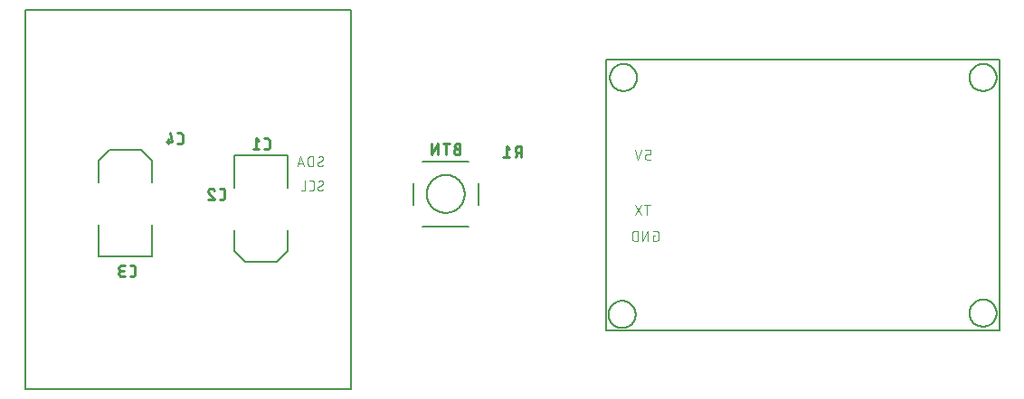
<source format=gbr>
G04 EAGLE Gerber RS-274X export*
G75*
%MOMM*%
%FSLAX34Y34*%
%LPD*%
%INSilkscreen Bottom*%
%IPPOS*%
%AMOC8*
5,1,8,0,0,1.08239X$1,22.5*%
G01*
%ADD10C,0.076200*%
%ADD11C,0.127000*%
%ADD12C,0.203200*%
%ADD13C,0.254000*%


D10*
X612005Y152922D02*
X610438Y152922D01*
X610438Y147701D01*
X613571Y147701D01*
X613660Y147703D01*
X613748Y147709D01*
X613836Y147718D01*
X613924Y147731D01*
X614011Y147748D01*
X614097Y147768D01*
X614182Y147793D01*
X614267Y147820D01*
X614350Y147852D01*
X614431Y147886D01*
X614511Y147925D01*
X614589Y147966D01*
X614666Y148011D01*
X614740Y148059D01*
X614813Y148110D01*
X614883Y148164D01*
X614950Y148222D01*
X615016Y148282D01*
X615078Y148344D01*
X615138Y148410D01*
X615196Y148477D01*
X615250Y148547D01*
X615301Y148620D01*
X615349Y148694D01*
X615394Y148771D01*
X615435Y148849D01*
X615474Y148929D01*
X615508Y149010D01*
X615540Y149093D01*
X615567Y149178D01*
X615592Y149263D01*
X615612Y149349D01*
X615629Y149436D01*
X615642Y149524D01*
X615651Y149612D01*
X615657Y149700D01*
X615659Y149789D01*
X615659Y155011D01*
X615657Y155100D01*
X615651Y155188D01*
X615642Y155276D01*
X615629Y155364D01*
X615612Y155451D01*
X615592Y155537D01*
X615567Y155622D01*
X615540Y155707D01*
X615508Y155790D01*
X615474Y155871D01*
X615435Y155951D01*
X615394Y156029D01*
X615349Y156106D01*
X615301Y156180D01*
X615250Y156253D01*
X615196Y156323D01*
X615138Y156390D01*
X615078Y156456D01*
X615016Y156518D01*
X614950Y156578D01*
X614883Y156636D01*
X614813Y156690D01*
X614740Y156741D01*
X614666Y156789D01*
X614589Y156834D01*
X614511Y156875D01*
X614431Y156914D01*
X614350Y156948D01*
X614267Y156980D01*
X614182Y157007D01*
X614097Y157032D01*
X614011Y157052D01*
X613924Y157069D01*
X613836Y157082D01*
X613748Y157091D01*
X613660Y157097D01*
X613571Y157099D01*
X610438Y157099D01*
X605906Y157099D02*
X605906Y147701D01*
X600685Y147701D02*
X605906Y157099D01*
X600685Y157099D02*
X600685Y147701D01*
X596152Y147701D02*
X596152Y157099D01*
X593542Y157099D01*
X593442Y157097D01*
X593342Y157091D01*
X593243Y157082D01*
X593143Y157068D01*
X593045Y157051D01*
X592947Y157030D01*
X592850Y157006D01*
X592754Y156977D01*
X592659Y156945D01*
X592566Y156910D01*
X592474Y156871D01*
X592383Y156828D01*
X592295Y156782D01*
X592208Y156732D01*
X592123Y156680D01*
X592040Y156624D01*
X591959Y156565D01*
X591881Y156502D01*
X591805Y156437D01*
X591731Y156369D01*
X591661Y156299D01*
X591593Y156225D01*
X591528Y156149D01*
X591465Y156071D01*
X591406Y155990D01*
X591350Y155907D01*
X591298Y155822D01*
X591248Y155735D01*
X591202Y155647D01*
X591159Y155556D01*
X591120Y155464D01*
X591085Y155371D01*
X591053Y155276D01*
X591024Y155180D01*
X591000Y155083D01*
X590979Y154985D01*
X590962Y154887D01*
X590948Y154787D01*
X590939Y154688D01*
X590933Y154588D01*
X590931Y154488D01*
X590931Y150312D01*
X590933Y150212D01*
X590939Y150112D01*
X590948Y150013D01*
X590962Y149913D01*
X590979Y149815D01*
X591000Y149717D01*
X591024Y149620D01*
X591053Y149524D01*
X591085Y149429D01*
X591120Y149336D01*
X591159Y149244D01*
X591202Y149153D01*
X591248Y149065D01*
X591298Y148978D01*
X591350Y148893D01*
X591406Y148810D01*
X591465Y148729D01*
X591528Y148651D01*
X591593Y148575D01*
X591661Y148501D01*
X591731Y148431D01*
X591805Y148363D01*
X591881Y148298D01*
X591959Y148235D01*
X592040Y148176D01*
X592123Y148120D01*
X592208Y148068D01*
X592295Y148018D01*
X592383Y147972D01*
X592474Y147929D01*
X592566Y147890D01*
X592659Y147855D01*
X592754Y147823D01*
X592850Y147794D01*
X592947Y147770D01*
X593045Y147749D01*
X593143Y147732D01*
X593243Y147718D01*
X593342Y147709D01*
X593442Y147703D01*
X593542Y147701D01*
X596152Y147701D01*
X605138Y171831D02*
X605138Y181229D01*
X607749Y181229D02*
X602527Y181229D01*
X593471Y181229D02*
X599736Y171831D01*
X593471Y171831D02*
X599736Y181229D01*
X605226Y223901D02*
X608358Y223901D01*
X605226Y223901D02*
X605137Y223903D01*
X605049Y223909D01*
X604961Y223918D01*
X604873Y223931D01*
X604786Y223948D01*
X604700Y223968D01*
X604615Y223993D01*
X604530Y224020D01*
X604447Y224052D01*
X604366Y224086D01*
X604286Y224125D01*
X604208Y224166D01*
X604131Y224211D01*
X604057Y224259D01*
X603984Y224310D01*
X603914Y224364D01*
X603847Y224422D01*
X603781Y224482D01*
X603719Y224544D01*
X603659Y224610D01*
X603601Y224677D01*
X603547Y224747D01*
X603496Y224820D01*
X603448Y224894D01*
X603403Y224971D01*
X603362Y225049D01*
X603323Y225129D01*
X603289Y225210D01*
X603257Y225293D01*
X603230Y225378D01*
X603205Y225463D01*
X603185Y225549D01*
X603168Y225636D01*
X603155Y225724D01*
X603146Y225812D01*
X603140Y225900D01*
X603138Y225989D01*
X603137Y225989D02*
X603137Y227034D01*
X603138Y227034D02*
X603140Y227123D01*
X603146Y227211D01*
X603155Y227299D01*
X603168Y227387D01*
X603185Y227474D01*
X603205Y227560D01*
X603230Y227645D01*
X603257Y227730D01*
X603289Y227813D01*
X603323Y227894D01*
X603362Y227974D01*
X603403Y228052D01*
X603448Y228129D01*
X603496Y228203D01*
X603547Y228276D01*
X603601Y228346D01*
X603659Y228413D01*
X603719Y228479D01*
X603781Y228541D01*
X603847Y228601D01*
X603914Y228659D01*
X603984Y228713D01*
X604057Y228764D01*
X604131Y228812D01*
X604208Y228857D01*
X604286Y228898D01*
X604366Y228937D01*
X604447Y228971D01*
X604530Y229003D01*
X604615Y229030D01*
X604700Y229055D01*
X604786Y229075D01*
X604873Y229092D01*
X604961Y229105D01*
X605049Y229114D01*
X605137Y229120D01*
X605226Y229122D01*
X608358Y229122D01*
X608358Y233299D01*
X603137Y233299D01*
X599736Y233299D02*
X596604Y223901D01*
X593471Y233299D01*
X298746Y217551D02*
X298657Y217553D01*
X298569Y217559D01*
X298481Y217568D01*
X298393Y217581D01*
X298306Y217598D01*
X298220Y217618D01*
X298135Y217643D01*
X298050Y217670D01*
X297967Y217702D01*
X297886Y217736D01*
X297806Y217775D01*
X297728Y217816D01*
X297651Y217861D01*
X297577Y217909D01*
X297504Y217960D01*
X297434Y218014D01*
X297367Y218072D01*
X297301Y218132D01*
X297239Y218194D01*
X297179Y218260D01*
X297121Y218327D01*
X297067Y218397D01*
X297016Y218470D01*
X296968Y218544D01*
X296923Y218621D01*
X296882Y218699D01*
X296843Y218779D01*
X296809Y218860D01*
X296777Y218943D01*
X296750Y219028D01*
X296725Y219113D01*
X296705Y219199D01*
X296688Y219286D01*
X296675Y219374D01*
X296666Y219462D01*
X296660Y219550D01*
X296658Y219639D01*
X298746Y217551D02*
X298875Y217553D01*
X299004Y217559D01*
X299133Y217568D01*
X299261Y217581D01*
X299389Y217598D01*
X299516Y217619D01*
X299643Y217643D01*
X299769Y217671D01*
X299894Y217703D01*
X300018Y217738D01*
X300141Y217777D01*
X300263Y217820D01*
X300383Y217866D01*
X300502Y217916D01*
X300620Y217969D01*
X300736Y218025D01*
X300850Y218085D01*
X300963Y218148D01*
X301073Y218215D01*
X301182Y218284D01*
X301288Y218357D01*
X301393Y218433D01*
X301495Y218512D01*
X301595Y218594D01*
X301692Y218678D01*
X301787Y218766D01*
X301879Y218856D01*
X301618Y224861D02*
X301616Y224950D01*
X301610Y225038D01*
X301601Y225126D01*
X301588Y225214D01*
X301571Y225301D01*
X301551Y225387D01*
X301526Y225472D01*
X301499Y225557D01*
X301467Y225640D01*
X301433Y225721D01*
X301394Y225801D01*
X301353Y225879D01*
X301308Y225956D01*
X301260Y226030D01*
X301209Y226103D01*
X301155Y226173D01*
X301097Y226240D01*
X301037Y226306D01*
X300975Y226368D01*
X300909Y226428D01*
X300842Y226486D01*
X300772Y226540D01*
X300699Y226591D01*
X300625Y226639D01*
X300548Y226684D01*
X300470Y226725D01*
X300390Y226764D01*
X300309Y226798D01*
X300226Y226830D01*
X300141Y226857D01*
X300056Y226882D01*
X299970Y226902D01*
X299883Y226919D01*
X299795Y226932D01*
X299707Y226941D01*
X299619Y226947D01*
X299530Y226949D01*
X299410Y226947D01*
X299290Y226942D01*
X299171Y226932D01*
X299051Y226920D01*
X298932Y226903D01*
X298814Y226883D01*
X298696Y226859D01*
X298580Y226832D01*
X298464Y226801D01*
X298349Y226767D01*
X298235Y226729D01*
X298122Y226687D01*
X298011Y226642D01*
X297901Y226594D01*
X297793Y226543D01*
X297686Y226488D01*
X297581Y226430D01*
X297478Y226368D01*
X297377Y226304D01*
X297277Y226236D01*
X297180Y226166D01*
X300574Y223034D02*
X300652Y223082D01*
X300728Y223134D01*
X300801Y223188D01*
X300872Y223246D01*
X300941Y223307D01*
X301007Y223371D01*
X301070Y223438D01*
X301130Y223507D01*
X301187Y223579D01*
X301241Y223653D01*
X301291Y223730D01*
X301339Y223809D01*
X301382Y223889D01*
X301423Y223972D01*
X301459Y224056D01*
X301492Y224141D01*
X301521Y224228D01*
X301547Y224317D01*
X301569Y224406D01*
X301586Y224496D01*
X301600Y224586D01*
X301610Y224678D01*
X301616Y224769D01*
X301618Y224861D01*
X297702Y221466D02*
X297624Y221418D01*
X297548Y221366D01*
X297475Y221312D01*
X297404Y221254D01*
X297335Y221193D01*
X297269Y221129D01*
X297206Y221062D01*
X297146Y220993D01*
X297089Y220921D01*
X297035Y220847D01*
X296985Y220770D01*
X296937Y220691D01*
X296894Y220611D01*
X296853Y220528D01*
X296817Y220444D01*
X296784Y220359D01*
X296755Y220272D01*
X296729Y220183D01*
X296707Y220094D01*
X296690Y220004D01*
X296676Y219914D01*
X296666Y219822D01*
X296660Y219731D01*
X296658Y219639D01*
X297702Y221467D02*
X300574Y223033D01*
X292735Y226949D02*
X292735Y217551D01*
X292735Y226949D02*
X290125Y226949D01*
X290025Y226947D01*
X289925Y226941D01*
X289826Y226932D01*
X289726Y226918D01*
X289628Y226901D01*
X289530Y226880D01*
X289433Y226856D01*
X289337Y226827D01*
X289242Y226795D01*
X289149Y226760D01*
X289057Y226721D01*
X288966Y226678D01*
X288878Y226632D01*
X288791Y226582D01*
X288706Y226530D01*
X288623Y226474D01*
X288542Y226415D01*
X288464Y226352D01*
X288388Y226287D01*
X288314Y226219D01*
X288244Y226149D01*
X288176Y226075D01*
X288111Y225999D01*
X288048Y225921D01*
X287989Y225840D01*
X287933Y225757D01*
X287881Y225672D01*
X287831Y225585D01*
X287785Y225497D01*
X287742Y225406D01*
X287703Y225314D01*
X287668Y225221D01*
X287636Y225126D01*
X287607Y225030D01*
X287583Y224933D01*
X287562Y224835D01*
X287545Y224737D01*
X287531Y224637D01*
X287522Y224538D01*
X287516Y224438D01*
X287514Y224338D01*
X287514Y220162D01*
X287516Y220062D01*
X287522Y219962D01*
X287531Y219863D01*
X287545Y219763D01*
X287562Y219665D01*
X287583Y219567D01*
X287607Y219470D01*
X287636Y219374D01*
X287668Y219279D01*
X287703Y219186D01*
X287742Y219094D01*
X287785Y219003D01*
X287831Y218915D01*
X287881Y218828D01*
X287933Y218743D01*
X287989Y218660D01*
X288048Y218579D01*
X288111Y218501D01*
X288176Y218425D01*
X288244Y218351D01*
X288314Y218281D01*
X288388Y218213D01*
X288464Y218148D01*
X288542Y218085D01*
X288623Y218026D01*
X288706Y217970D01*
X288791Y217918D01*
X288878Y217868D01*
X288966Y217822D01*
X289057Y217779D01*
X289149Y217740D01*
X289242Y217705D01*
X289337Y217673D01*
X289433Y217644D01*
X289530Y217620D01*
X289628Y217599D01*
X289726Y217582D01*
X289826Y217568D01*
X289925Y217559D01*
X290025Y217553D01*
X290125Y217551D01*
X292735Y217551D01*
X283808Y217551D02*
X280676Y226949D01*
X277543Y217551D01*
X278326Y219901D02*
X283025Y219901D01*
X296658Y196779D02*
X296660Y196690D01*
X296666Y196602D01*
X296675Y196514D01*
X296688Y196426D01*
X296705Y196339D01*
X296725Y196253D01*
X296750Y196168D01*
X296777Y196083D01*
X296809Y196000D01*
X296843Y195919D01*
X296882Y195839D01*
X296923Y195761D01*
X296968Y195684D01*
X297016Y195610D01*
X297067Y195537D01*
X297121Y195467D01*
X297179Y195400D01*
X297239Y195334D01*
X297301Y195272D01*
X297367Y195212D01*
X297434Y195154D01*
X297504Y195100D01*
X297577Y195049D01*
X297651Y195001D01*
X297728Y194956D01*
X297806Y194915D01*
X297886Y194876D01*
X297967Y194842D01*
X298050Y194810D01*
X298135Y194783D01*
X298220Y194758D01*
X298306Y194738D01*
X298393Y194721D01*
X298481Y194708D01*
X298569Y194699D01*
X298657Y194693D01*
X298746Y194691D01*
X298875Y194693D01*
X299004Y194699D01*
X299133Y194708D01*
X299261Y194721D01*
X299389Y194738D01*
X299516Y194759D01*
X299643Y194783D01*
X299769Y194811D01*
X299894Y194843D01*
X300018Y194878D01*
X300141Y194917D01*
X300263Y194960D01*
X300383Y195006D01*
X300502Y195056D01*
X300620Y195109D01*
X300736Y195165D01*
X300850Y195225D01*
X300963Y195288D01*
X301073Y195355D01*
X301182Y195424D01*
X301288Y195497D01*
X301393Y195573D01*
X301495Y195652D01*
X301595Y195734D01*
X301692Y195818D01*
X301787Y195906D01*
X301879Y195996D01*
X301618Y202001D02*
X301616Y202090D01*
X301610Y202178D01*
X301601Y202266D01*
X301588Y202354D01*
X301571Y202441D01*
X301551Y202527D01*
X301526Y202612D01*
X301499Y202697D01*
X301467Y202780D01*
X301433Y202861D01*
X301394Y202941D01*
X301353Y203019D01*
X301308Y203096D01*
X301260Y203170D01*
X301209Y203243D01*
X301155Y203313D01*
X301097Y203380D01*
X301037Y203446D01*
X300975Y203508D01*
X300909Y203568D01*
X300842Y203626D01*
X300772Y203680D01*
X300699Y203731D01*
X300625Y203779D01*
X300548Y203824D01*
X300470Y203865D01*
X300390Y203904D01*
X300309Y203938D01*
X300226Y203970D01*
X300141Y203997D01*
X300056Y204022D01*
X299970Y204042D01*
X299883Y204059D01*
X299795Y204072D01*
X299707Y204081D01*
X299619Y204087D01*
X299530Y204089D01*
X299410Y204087D01*
X299290Y204082D01*
X299171Y204072D01*
X299051Y204060D01*
X298932Y204043D01*
X298814Y204023D01*
X298696Y203999D01*
X298580Y203972D01*
X298464Y203941D01*
X298349Y203907D01*
X298235Y203869D01*
X298122Y203827D01*
X298011Y203782D01*
X297901Y203734D01*
X297793Y203683D01*
X297686Y203628D01*
X297581Y203570D01*
X297478Y203508D01*
X297377Y203444D01*
X297277Y203376D01*
X297180Y203306D01*
X300574Y200174D02*
X300652Y200222D01*
X300728Y200274D01*
X300801Y200328D01*
X300872Y200386D01*
X300941Y200447D01*
X301007Y200511D01*
X301070Y200578D01*
X301130Y200647D01*
X301187Y200719D01*
X301241Y200793D01*
X301291Y200870D01*
X301339Y200949D01*
X301382Y201029D01*
X301423Y201112D01*
X301459Y201196D01*
X301492Y201281D01*
X301521Y201368D01*
X301547Y201457D01*
X301569Y201546D01*
X301586Y201636D01*
X301600Y201726D01*
X301610Y201818D01*
X301616Y201909D01*
X301618Y202001D01*
X297702Y198606D02*
X297624Y198558D01*
X297548Y198506D01*
X297475Y198452D01*
X297404Y198394D01*
X297335Y198333D01*
X297269Y198269D01*
X297206Y198202D01*
X297146Y198133D01*
X297089Y198061D01*
X297035Y197987D01*
X296985Y197910D01*
X296937Y197831D01*
X296894Y197751D01*
X296853Y197668D01*
X296817Y197584D01*
X296784Y197499D01*
X296755Y197412D01*
X296729Y197323D01*
X296707Y197234D01*
X296690Y197144D01*
X296676Y197054D01*
X296666Y196962D01*
X296660Y196871D01*
X296658Y196779D01*
X297702Y198607D02*
X300574Y200173D01*
X290977Y194691D02*
X288889Y194691D01*
X290977Y194691D02*
X291066Y194693D01*
X291154Y194699D01*
X291242Y194708D01*
X291330Y194721D01*
X291417Y194738D01*
X291503Y194758D01*
X291588Y194783D01*
X291673Y194810D01*
X291756Y194842D01*
X291837Y194876D01*
X291917Y194915D01*
X291995Y194956D01*
X292072Y195001D01*
X292146Y195049D01*
X292219Y195100D01*
X292289Y195154D01*
X292356Y195212D01*
X292422Y195272D01*
X292484Y195334D01*
X292544Y195400D01*
X292602Y195467D01*
X292656Y195537D01*
X292707Y195610D01*
X292755Y195684D01*
X292800Y195761D01*
X292841Y195839D01*
X292880Y195919D01*
X292914Y196000D01*
X292946Y196083D01*
X292973Y196168D01*
X292998Y196253D01*
X293018Y196339D01*
X293035Y196426D01*
X293048Y196514D01*
X293057Y196602D01*
X293063Y196690D01*
X293065Y196779D01*
X293066Y196779D02*
X293066Y202001D01*
X293065Y202001D02*
X293063Y202090D01*
X293057Y202178D01*
X293048Y202266D01*
X293035Y202354D01*
X293018Y202441D01*
X292998Y202527D01*
X292973Y202612D01*
X292946Y202697D01*
X292914Y202780D01*
X292880Y202861D01*
X292841Y202941D01*
X292800Y203019D01*
X292755Y203096D01*
X292707Y203170D01*
X292656Y203243D01*
X292602Y203313D01*
X292544Y203380D01*
X292484Y203446D01*
X292422Y203508D01*
X292356Y203568D01*
X292289Y203626D01*
X292219Y203680D01*
X292146Y203731D01*
X292072Y203779D01*
X291995Y203824D01*
X291917Y203865D01*
X291837Y203904D01*
X291756Y203938D01*
X291673Y203970D01*
X291588Y203997D01*
X291503Y204022D01*
X291417Y204042D01*
X291330Y204059D01*
X291242Y204072D01*
X291154Y204081D01*
X291066Y204087D01*
X290977Y204089D01*
X288889Y204089D01*
X285098Y204089D02*
X285098Y194691D01*
X280921Y194691D01*
D11*
X327660Y8890D02*
X22860Y8890D01*
X22860Y364490D01*
X327660Y364490D01*
X327660Y8890D01*
D12*
X218840Y197800D02*
X218840Y227800D01*
X268840Y227800D01*
X268840Y197800D01*
X218840Y157800D02*
X218840Y137800D01*
X228840Y127800D01*
X258840Y127800D01*
X268840Y137800D01*
X268840Y157800D01*
D13*
X249196Y233680D02*
X246938Y233680D01*
X249196Y233680D02*
X249289Y233682D01*
X249382Y233688D01*
X249475Y233697D01*
X249568Y233711D01*
X249659Y233728D01*
X249750Y233749D01*
X249840Y233774D01*
X249929Y233802D01*
X250017Y233834D01*
X250103Y233870D01*
X250188Y233909D01*
X250271Y233952D01*
X250352Y233998D01*
X250431Y234048D01*
X250508Y234100D01*
X250583Y234156D01*
X250655Y234215D01*
X250725Y234277D01*
X250793Y234341D01*
X250857Y234409D01*
X250919Y234479D01*
X250978Y234551D01*
X251034Y234626D01*
X251086Y234703D01*
X251136Y234782D01*
X251182Y234863D01*
X251225Y234946D01*
X251264Y235031D01*
X251300Y235117D01*
X251332Y235205D01*
X251360Y235294D01*
X251385Y235384D01*
X251406Y235475D01*
X251423Y235566D01*
X251437Y235659D01*
X251446Y235752D01*
X251452Y235845D01*
X251454Y235938D01*
X251454Y241582D01*
X251452Y241675D01*
X251446Y241768D01*
X251437Y241861D01*
X251423Y241954D01*
X251406Y242045D01*
X251385Y242136D01*
X251360Y242226D01*
X251332Y242315D01*
X251300Y242403D01*
X251264Y242489D01*
X251225Y242574D01*
X251182Y242657D01*
X251136Y242738D01*
X251086Y242817D01*
X251034Y242894D01*
X250978Y242969D01*
X250919Y243041D01*
X250857Y243111D01*
X250793Y243179D01*
X250725Y243243D01*
X250655Y243305D01*
X250583Y243364D01*
X250508Y243420D01*
X250431Y243472D01*
X250352Y243522D01*
X250271Y243568D01*
X250188Y243611D01*
X250103Y243650D01*
X250017Y243686D01*
X249929Y243718D01*
X249840Y243746D01*
X249750Y243771D01*
X249659Y243792D01*
X249568Y243809D01*
X249475Y243823D01*
X249382Y243832D01*
X249289Y243838D01*
X249196Y243840D01*
X246938Y243840D01*
X241871Y241582D02*
X239048Y243840D01*
X239048Y233680D01*
X236226Y233680D02*
X241871Y233680D01*
X207286Y186690D02*
X205028Y186690D01*
X207286Y186690D02*
X207379Y186692D01*
X207472Y186698D01*
X207565Y186707D01*
X207658Y186721D01*
X207749Y186738D01*
X207840Y186759D01*
X207930Y186784D01*
X208019Y186812D01*
X208107Y186844D01*
X208193Y186880D01*
X208278Y186919D01*
X208361Y186962D01*
X208442Y187008D01*
X208521Y187058D01*
X208598Y187110D01*
X208673Y187166D01*
X208745Y187225D01*
X208815Y187287D01*
X208883Y187351D01*
X208947Y187419D01*
X209009Y187489D01*
X209068Y187561D01*
X209124Y187636D01*
X209176Y187713D01*
X209226Y187792D01*
X209272Y187873D01*
X209315Y187956D01*
X209354Y188041D01*
X209390Y188127D01*
X209422Y188215D01*
X209450Y188304D01*
X209475Y188394D01*
X209496Y188485D01*
X209513Y188576D01*
X209527Y188669D01*
X209536Y188762D01*
X209542Y188855D01*
X209544Y188948D01*
X209544Y194592D01*
X209542Y194685D01*
X209536Y194778D01*
X209527Y194871D01*
X209513Y194964D01*
X209496Y195055D01*
X209475Y195146D01*
X209450Y195236D01*
X209422Y195325D01*
X209390Y195413D01*
X209354Y195499D01*
X209315Y195584D01*
X209272Y195667D01*
X209226Y195748D01*
X209176Y195827D01*
X209124Y195904D01*
X209068Y195979D01*
X209009Y196051D01*
X208947Y196121D01*
X208883Y196189D01*
X208815Y196253D01*
X208745Y196315D01*
X208673Y196374D01*
X208598Y196430D01*
X208521Y196482D01*
X208442Y196532D01*
X208361Y196578D01*
X208278Y196621D01*
X208193Y196660D01*
X208107Y196696D01*
X208019Y196728D01*
X207930Y196756D01*
X207840Y196781D01*
X207749Y196802D01*
X207658Y196819D01*
X207565Y196833D01*
X207472Y196842D01*
X207379Y196848D01*
X207286Y196850D01*
X205028Y196850D01*
X196856Y196850D02*
X196756Y196848D01*
X196657Y196842D01*
X196557Y196832D01*
X196459Y196819D01*
X196360Y196801D01*
X196263Y196780D01*
X196167Y196755D01*
X196071Y196726D01*
X195977Y196693D01*
X195884Y196657D01*
X195793Y196617D01*
X195703Y196573D01*
X195615Y196526D01*
X195529Y196476D01*
X195445Y196422D01*
X195363Y196365D01*
X195284Y196305D01*
X195206Y196241D01*
X195132Y196175D01*
X195060Y196106D01*
X194991Y196034D01*
X194925Y195960D01*
X194861Y195882D01*
X194801Y195803D01*
X194744Y195721D01*
X194690Y195637D01*
X194640Y195551D01*
X194593Y195463D01*
X194549Y195373D01*
X194509Y195282D01*
X194473Y195189D01*
X194440Y195095D01*
X194411Y194999D01*
X194386Y194903D01*
X194365Y194806D01*
X194347Y194707D01*
X194334Y194609D01*
X194324Y194509D01*
X194318Y194410D01*
X194316Y194310D01*
X196856Y196850D02*
X196967Y196848D01*
X197078Y196842D01*
X197188Y196833D01*
X197298Y196820D01*
X197408Y196803D01*
X197517Y196782D01*
X197625Y196758D01*
X197732Y196730D01*
X197839Y196699D01*
X197944Y196663D01*
X198048Y196625D01*
X198150Y196582D01*
X198251Y196537D01*
X198351Y196487D01*
X198448Y196435D01*
X198544Y196379D01*
X198638Y196320D01*
X198730Y196258D01*
X198820Y196193D01*
X198907Y196125D01*
X198992Y196053D01*
X199075Y195979D01*
X199155Y195903D01*
X199232Y195823D01*
X199307Y195741D01*
X199379Y195657D01*
X199448Y195570D01*
X199513Y195481D01*
X199576Y195389D01*
X199636Y195296D01*
X199692Y195200D01*
X199746Y195103D01*
X199795Y195004D01*
X199842Y194903D01*
X199885Y194801D01*
X199924Y194697D01*
X199960Y194592D01*
X195163Y192335D02*
X195091Y192405D01*
X195022Y192478D01*
X194956Y192554D01*
X194893Y192632D01*
X194833Y192712D01*
X194776Y192795D01*
X194721Y192879D01*
X194670Y192966D01*
X194622Y193054D01*
X194578Y193144D01*
X194537Y193235D01*
X194499Y193328D01*
X194464Y193423D01*
X194433Y193518D01*
X194406Y193615D01*
X194382Y193712D01*
X194362Y193811D01*
X194346Y193910D01*
X194333Y194009D01*
X194323Y194109D01*
X194318Y194210D01*
X194316Y194310D01*
X195163Y192334D02*
X199961Y186690D01*
X194316Y186690D01*
D12*
X394970Y222250D02*
X438150Y222250D01*
X438150Y161290D02*
X394970Y161290D01*
X386080Y181610D02*
X386080Y201750D01*
X447040Y202050D02*
X447040Y181610D01*
X398780Y191770D02*
X398785Y192206D01*
X398801Y192642D01*
X398828Y193078D01*
X398866Y193513D01*
X398914Y193946D01*
X398972Y194379D01*
X399042Y194810D01*
X399122Y195239D01*
X399212Y195666D01*
X399313Y196090D01*
X399424Y196512D01*
X399546Y196931D01*
X399677Y197347D01*
X399819Y197760D01*
X399971Y198169D01*
X400133Y198574D01*
X400305Y198975D01*
X400487Y199372D01*
X400678Y199764D01*
X400879Y200151D01*
X401090Y200534D01*
X401310Y200911D01*
X401539Y201282D01*
X401776Y201648D01*
X402023Y202008D01*
X402279Y202362D01*
X402543Y202709D01*
X402816Y203050D01*
X403097Y203383D01*
X403386Y203710D01*
X403683Y204030D01*
X403988Y204342D01*
X404300Y204647D01*
X404620Y204944D01*
X404947Y205233D01*
X405280Y205514D01*
X405621Y205787D01*
X405968Y206051D01*
X406322Y206307D01*
X406682Y206554D01*
X407048Y206791D01*
X407419Y207020D01*
X407796Y207240D01*
X408179Y207451D01*
X408566Y207652D01*
X408958Y207843D01*
X409355Y208025D01*
X409756Y208197D01*
X410161Y208359D01*
X410570Y208511D01*
X410983Y208653D01*
X411399Y208784D01*
X411818Y208906D01*
X412240Y209017D01*
X412664Y209118D01*
X413091Y209208D01*
X413520Y209288D01*
X413951Y209358D01*
X414384Y209416D01*
X414817Y209464D01*
X415252Y209502D01*
X415688Y209529D01*
X416124Y209545D01*
X416560Y209550D01*
X416996Y209545D01*
X417432Y209529D01*
X417868Y209502D01*
X418303Y209464D01*
X418736Y209416D01*
X419169Y209358D01*
X419600Y209288D01*
X420029Y209208D01*
X420456Y209118D01*
X420880Y209017D01*
X421302Y208906D01*
X421721Y208784D01*
X422137Y208653D01*
X422550Y208511D01*
X422959Y208359D01*
X423364Y208197D01*
X423765Y208025D01*
X424162Y207843D01*
X424554Y207652D01*
X424941Y207451D01*
X425324Y207240D01*
X425701Y207020D01*
X426072Y206791D01*
X426438Y206554D01*
X426798Y206307D01*
X427152Y206051D01*
X427499Y205787D01*
X427840Y205514D01*
X428173Y205233D01*
X428500Y204944D01*
X428820Y204647D01*
X429132Y204342D01*
X429437Y204030D01*
X429734Y203710D01*
X430023Y203383D01*
X430304Y203050D01*
X430577Y202709D01*
X430841Y202362D01*
X431097Y202008D01*
X431344Y201648D01*
X431581Y201282D01*
X431810Y200911D01*
X432030Y200534D01*
X432241Y200151D01*
X432442Y199764D01*
X432633Y199372D01*
X432815Y198975D01*
X432987Y198574D01*
X433149Y198169D01*
X433301Y197760D01*
X433443Y197347D01*
X433574Y196931D01*
X433696Y196512D01*
X433807Y196090D01*
X433908Y195666D01*
X433998Y195239D01*
X434078Y194810D01*
X434148Y194379D01*
X434206Y193946D01*
X434254Y193513D01*
X434292Y193078D01*
X434319Y192642D01*
X434335Y192206D01*
X434340Y191770D01*
X434335Y191334D01*
X434319Y190898D01*
X434292Y190462D01*
X434254Y190027D01*
X434206Y189594D01*
X434148Y189161D01*
X434078Y188730D01*
X433998Y188301D01*
X433908Y187874D01*
X433807Y187450D01*
X433696Y187028D01*
X433574Y186609D01*
X433443Y186193D01*
X433301Y185780D01*
X433149Y185371D01*
X432987Y184966D01*
X432815Y184565D01*
X432633Y184168D01*
X432442Y183776D01*
X432241Y183389D01*
X432030Y183006D01*
X431810Y182629D01*
X431581Y182258D01*
X431344Y181892D01*
X431097Y181532D01*
X430841Y181178D01*
X430577Y180831D01*
X430304Y180490D01*
X430023Y180157D01*
X429734Y179830D01*
X429437Y179510D01*
X429132Y179198D01*
X428820Y178893D01*
X428500Y178596D01*
X428173Y178307D01*
X427840Y178026D01*
X427499Y177753D01*
X427152Y177489D01*
X426798Y177233D01*
X426438Y176986D01*
X426072Y176749D01*
X425701Y176520D01*
X425324Y176300D01*
X424941Y176089D01*
X424554Y175888D01*
X424162Y175697D01*
X423765Y175515D01*
X423364Y175343D01*
X422959Y175181D01*
X422550Y175029D01*
X422137Y174887D01*
X421721Y174756D01*
X421302Y174634D01*
X420880Y174523D01*
X420456Y174422D01*
X420029Y174332D01*
X419600Y174252D01*
X419169Y174182D01*
X418736Y174124D01*
X418303Y174076D01*
X417868Y174038D01*
X417432Y174011D01*
X416996Y173995D01*
X416560Y173990D01*
X416124Y173995D01*
X415688Y174011D01*
X415252Y174038D01*
X414817Y174076D01*
X414384Y174124D01*
X413951Y174182D01*
X413520Y174252D01*
X413091Y174332D01*
X412664Y174422D01*
X412240Y174523D01*
X411818Y174634D01*
X411399Y174756D01*
X410983Y174887D01*
X410570Y175029D01*
X410161Y175181D01*
X409756Y175343D01*
X409355Y175515D01*
X408958Y175697D01*
X408566Y175888D01*
X408179Y176089D01*
X407796Y176300D01*
X407419Y176520D01*
X407048Y176749D01*
X406682Y176986D01*
X406322Y177233D01*
X405968Y177489D01*
X405621Y177753D01*
X405280Y178026D01*
X404947Y178307D01*
X404620Y178596D01*
X404300Y178893D01*
X403988Y179198D01*
X403683Y179510D01*
X403386Y179830D01*
X403097Y180157D01*
X402816Y180490D01*
X402543Y180831D01*
X402279Y181178D01*
X402023Y181532D01*
X401776Y181892D01*
X401539Y182258D01*
X401310Y182629D01*
X401090Y183006D01*
X400879Y183389D01*
X400678Y183776D01*
X400487Y184168D01*
X400305Y184565D01*
X400133Y184966D01*
X399971Y185371D01*
X399819Y185780D01*
X399677Y186193D01*
X399546Y186609D01*
X399424Y187028D01*
X399313Y187450D01*
X399212Y187874D01*
X399122Y188301D01*
X399042Y188730D01*
X398972Y189161D01*
X398914Y189594D01*
X398866Y190027D01*
X398828Y190462D01*
X398801Y190898D01*
X398785Y191334D01*
X398780Y191770D01*
D13*
X427080Y234244D02*
X429902Y234244D01*
X427080Y234244D02*
X426974Y234242D01*
X426869Y234236D01*
X426764Y234226D01*
X426659Y234212D01*
X426555Y234195D01*
X426452Y234173D01*
X426350Y234148D01*
X426248Y234119D01*
X426148Y234086D01*
X426049Y234049D01*
X425952Y234009D01*
X425856Y233965D01*
X425761Y233917D01*
X425669Y233866D01*
X425579Y233811D01*
X425490Y233754D01*
X425404Y233693D01*
X425321Y233628D01*
X425239Y233561D01*
X425161Y233491D01*
X425085Y233417D01*
X425011Y233341D01*
X424941Y233263D01*
X424874Y233181D01*
X424809Y233098D01*
X424748Y233012D01*
X424691Y232923D01*
X424636Y232833D01*
X424585Y232741D01*
X424537Y232646D01*
X424493Y232550D01*
X424453Y232453D01*
X424416Y232354D01*
X424383Y232254D01*
X424354Y232152D01*
X424329Y232050D01*
X424307Y231947D01*
X424290Y231843D01*
X424276Y231738D01*
X424266Y231633D01*
X424260Y231528D01*
X424258Y231422D01*
X424260Y231316D01*
X424266Y231211D01*
X424276Y231106D01*
X424290Y231001D01*
X424307Y230897D01*
X424329Y230794D01*
X424354Y230692D01*
X424383Y230590D01*
X424416Y230490D01*
X424453Y230391D01*
X424493Y230294D01*
X424537Y230198D01*
X424585Y230103D01*
X424636Y230011D01*
X424691Y229921D01*
X424748Y229832D01*
X424809Y229746D01*
X424874Y229663D01*
X424941Y229581D01*
X425011Y229503D01*
X425085Y229427D01*
X425161Y229353D01*
X425239Y229283D01*
X425321Y229216D01*
X425404Y229151D01*
X425490Y229090D01*
X425579Y229033D01*
X425669Y228978D01*
X425761Y228927D01*
X425856Y228879D01*
X425952Y228835D01*
X426049Y228795D01*
X426148Y228758D01*
X426248Y228725D01*
X426350Y228696D01*
X426452Y228671D01*
X426555Y228649D01*
X426659Y228632D01*
X426764Y228618D01*
X426869Y228608D01*
X426974Y228602D01*
X427080Y228600D01*
X429902Y228600D01*
X429902Y238760D01*
X427080Y238760D01*
X426987Y238758D01*
X426894Y238752D01*
X426801Y238743D01*
X426708Y238729D01*
X426617Y238712D01*
X426526Y238691D01*
X426436Y238666D01*
X426347Y238638D01*
X426259Y238606D01*
X426173Y238570D01*
X426088Y238531D01*
X426005Y238488D01*
X425924Y238442D01*
X425845Y238392D01*
X425768Y238340D01*
X425693Y238284D01*
X425621Y238225D01*
X425551Y238163D01*
X425483Y238099D01*
X425419Y238031D01*
X425357Y237961D01*
X425298Y237889D01*
X425242Y237814D01*
X425190Y237737D01*
X425140Y237658D01*
X425094Y237577D01*
X425051Y237494D01*
X425012Y237409D01*
X424976Y237323D01*
X424944Y237235D01*
X424916Y237146D01*
X424891Y237056D01*
X424870Y236965D01*
X424853Y236874D01*
X424839Y236781D01*
X424830Y236688D01*
X424824Y236595D01*
X424822Y236502D01*
X424824Y236409D01*
X424830Y236316D01*
X424839Y236223D01*
X424853Y236130D01*
X424870Y236039D01*
X424891Y235948D01*
X424916Y235858D01*
X424944Y235769D01*
X424976Y235681D01*
X425012Y235595D01*
X425051Y235510D01*
X425094Y235427D01*
X425140Y235346D01*
X425190Y235267D01*
X425242Y235190D01*
X425298Y235115D01*
X425357Y235043D01*
X425419Y234973D01*
X425483Y234905D01*
X425551Y234841D01*
X425621Y234779D01*
X425693Y234720D01*
X425768Y234664D01*
X425845Y234612D01*
X425924Y234562D01*
X426005Y234516D01*
X426088Y234473D01*
X426173Y234434D01*
X426259Y234398D01*
X426347Y234366D01*
X426436Y234338D01*
X426526Y234313D01*
X426617Y234292D01*
X426708Y234275D01*
X426801Y234261D01*
X426894Y234252D01*
X426987Y234246D01*
X427080Y234244D01*
X417089Y238760D02*
X417089Y228600D01*
X419911Y238760D02*
X414267Y238760D01*
X408862Y238760D02*
X408862Y228600D01*
X403218Y228600D02*
X408862Y238760D01*
X403218Y238760D02*
X403218Y228600D01*
X487263Y226060D02*
X487263Y236220D01*
X484441Y236220D01*
X484335Y236218D01*
X484230Y236212D01*
X484125Y236202D01*
X484020Y236188D01*
X483916Y236171D01*
X483813Y236149D01*
X483711Y236124D01*
X483609Y236095D01*
X483509Y236062D01*
X483410Y236025D01*
X483313Y235985D01*
X483217Y235941D01*
X483122Y235893D01*
X483030Y235842D01*
X482940Y235787D01*
X482851Y235730D01*
X482765Y235669D01*
X482682Y235604D01*
X482600Y235537D01*
X482522Y235467D01*
X482446Y235393D01*
X482372Y235317D01*
X482302Y235239D01*
X482235Y235157D01*
X482170Y235074D01*
X482109Y234988D01*
X482052Y234899D01*
X481997Y234809D01*
X481946Y234717D01*
X481898Y234622D01*
X481854Y234526D01*
X481814Y234429D01*
X481777Y234330D01*
X481744Y234230D01*
X481715Y234128D01*
X481690Y234026D01*
X481668Y233923D01*
X481651Y233819D01*
X481637Y233714D01*
X481627Y233609D01*
X481621Y233504D01*
X481619Y233398D01*
X481621Y233292D01*
X481627Y233187D01*
X481637Y233082D01*
X481651Y232977D01*
X481668Y232873D01*
X481690Y232770D01*
X481715Y232668D01*
X481744Y232566D01*
X481777Y232466D01*
X481814Y232367D01*
X481854Y232270D01*
X481898Y232174D01*
X481946Y232079D01*
X481997Y231987D01*
X482052Y231897D01*
X482109Y231808D01*
X482170Y231722D01*
X482235Y231639D01*
X482302Y231557D01*
X482372Y231479D01*
X482446Y231403D01*
X482522Y231329D01*
X482600Y231259D01*
X482682Y231192D01*
X482765Y231127D01*
X482851Y231066D01*
X482940Y231009D01*
X483030Y230954D01*
X483122Y230903D01*
X483217Y230855D01*
X483313Y230811D01*
X483410Y230771D01*
X483509Y230734D01*
X483609Y230701D01*
X483711Y230672D01*
X483813Y230647D01*
X483916Y230625D01*
X484020Y230608D01*
X484125Y230594D01*
X484230Y230584D01*
X484335Y230578D01*
X484441Y230576D01*
X487263Y230576D01*
X483876Y230576D02*
X481618Y226060D01*
X475962Y233962D02*
X473139Y236220D01*
X473139Y226060D01*
X470317Y226060D02*
X475962Y226060D01*
D12*
X141840Y162880D02*
X141840Y132880D01*
X91840Y132880D01*
X91840Y162880D01*
X141840Y202880D02*
X141840Y222880D01*
X131840Y232880D01*
X101840Y232880D01*
X91840Y222880D01*
X91840Y202880D01*
D13*
X121208Y114300D02*
X123466Y114300D01*
X123559Y114302D01*
X123652Y114308D01*
X123745Y114317D01*
X123838Y114331D01*
X123929Y114348D01*
X124020Y114369D01*
X124110Y114394D01*
X124199Y114422D01*
X124287Y114454D01*
X124373Y114490D01*
X124458Y114529D01*
X124541Y114572D01*
X124622Y114618D01*
X124701Y114668D01*
X124778Y114720D01*
X124853Y114776D01*
X124925Y114835D01*
X124995Y114897D01*
X125063Y114961D01*
X125127Y115029D01*
X125189Y115099D01*
X125248Y115171D01*
X125304Y115246D01*
X125356Y115323D01*
X125406Y115402D01*
X125452Y115483D01*
X125495Y115566D01*
X125534Y115651D01*
X125570Y115737D01*
X125602Y115825D01*
X125630Y115914D01*
X125655Y116004D01*
X125676Y116095D01*
X125693Y116186D01*
X125707Y116279D01*
X125716Y116372D01*
X125722Y116465D01*
X125724Y116558D01*
X125724Y122202D01*
X125722Y122295D01*
X125716Y122388D01*
X125707Y122481D01*
X125693Y122574D01*
X125676Y122665D01*
X125655Y122756D01*
X125630Y122846D01*
X125602Y122935D01*
X125570Y123023D01*
X125534Y123109D01*
X125495Y123194D01*
X125452Y123277D01*
X125406Y123358D01*
X125356Y123437D01*
X125304Y123514D01*
X125248Y123589D01*
X125189Y123661D01*
X125127Y123731D01*
X125063Y123799D01*
X124995Y123863D01*
X124925Y123925D01*
X124853Y123984D01*
X124778Y124040D01*
X124701Y124092D01*
X124622Y124142D01*
X124541Y124188D01*
X124458Y124231D01*
X124373Y124270D01*
X124287Y124306D01*
X124199Y124338D01*
X124110Y124366D01*
X124020Y124391D01*
X123929Y124412D01*
X123838Y124429D01*
X123745Y124443D01*
X123652Y124452D01*
X123559Y124458D01*
X123466Y124460D01*
X121208Y124460D01*
X116141Y114300D02*
X113318Y114300D01*
X113212Y114302D01*
X113107Y114308D01*
X113002Y114318D01*
X112897Y114332D01*
X112793Y114349D01*
X112690Y114371D01*
X112588Y114396D01*
X112486Y114425D01*
X112386Y114458D01*
X112287Y114495D01*
X112190Y114535D01*
X112094Y114579D01*
X111999Y114627D01*
X111907Y114678D01*
X111817Y114733D01*
X111728Y114790D01*
X111642Y114851D01*
X111559Y114916D01*
X111477Y114983D01*
X111399Y115053D01*
X111323Y115127D01*
X111249Y115203D01*
X111179Y115281D01*
X111112Y115363D01*
X111047Y115446D01*
X110986Y115532D01*
X110929Y115621D01*
X110874Y115711D01*
X110823Y115803D01*
X110775Y115898D01*
X110731Y115994D01*
X110691Y116091D01*
X110654Y116190D01*
X110621Y116290D01*
X110592Y116392D01*
X110567Y116494D01*
X110545Y116597D01*
X110528Y116701D01*
X110514Y116806D01*
X110504Y116911D01*
X110498Y117016D01*
X110496Y117122D01*
X110498Y117228D01*
X110504Y117333D01*
X110514Y117438D01*
X110528Y117543D01*
X110545Y117647D01*
X110567Y117750D01*
X110592Y117852D01*
X110621Y117954D01*
X110654Y118054D01*
X110691Y118153D01*
X110731Y118250D01*
X110775Y118346D01*
X110823Y118441D01*
X110874Y118533D01*
X110929Y118623D01*
X110986Y118712D01*
X111047Y118798D01*
X111112Y118881D01*
X111179Y118963D01*
X111249Y119041D01*
X111323Y119117D01*
X111399Y119191D01*
X111477Y119261D01*
X111559Y119328D01*
X111642Y119393D01*
X111728Y119454D01*
X111817Y119511D01*
X111907Y119566D01*
X111999Y119617D01*
X112094Y119665D01*
X112190Y119709D01*
X112287Y119749D01*
X112386Y119786D01*
X112486Y119819D01*
X112588Y119848D01*
X112690Y119873D01*
X112793Y119895D01*
X112897Y119912D01*
X113002Y119926D01*
X113107Y119936D01*
X113212Y119942D01*
X113318Y119944D01*
X112754Y124460D02*
X116141Y124460D01*
X112754Y124460D02*
X112661Y124458D01*
X112568Y124452D01*
X112475Y124443D01*
X112382Y124429D01*
X112291Y124412D01*
X112200Y124391D01*
X112110Y124366D01*
X112021Y124338D01*
X111933Y124306D01*
X111847Y124270D01*
X111762Y124231D01*
X111679Y124188D01*
X111598Y124142D01*
X111519Y124092D01*
X111442Y124040D01*
X111367Y123984D01*
X111295Y123925D01*
X111225Y123863D01*
X111157Y123799D01*
X111093Y123731D01*
X111031Y123661D01*
X110972Y123589D01*
X110916Y123514D01*
X110864Y123437D01*
X110814Y123358D01*
X110768Y123277D01*
X110725Y123194D01*
X110686Y123109D01*
X110650Y123023D01*
X110618Y122935D01*
X110590Y122846D01*
X110565Y122756D01*
X110544Y122665D01*
X110527Y122574D01*
X110513Y122481D01*
X110504Y122388D01*
X110498Y122295D01*
X110496Y122202D01*
X110498Y122109D01*
X110504Y122016D01*
X110513Y121923D01*
X110527Y121830D01*
X110544Y121739D01*
X110565Y121648D01*
X110590Y121558D01*
X110618Y121469D01*
X110650Y121381D01*
X110686Y121295D01*
X110725Y121210D01*
X110768Y121127D01*
X110814Y121046D01*
X110864Y120967D01*
X110916Y120890D01*
X110972Y120815D01*
X111031Y120743D01*
X111093Y120673D01*
X111157Y120605D01*
X111225Y120541D01*
X111295Y120479D01*
X111367Y120420D01*
X111442Y120364D01*
X111519Y120312D01*
X111598Y120262D01*
X111679Y120216D01*
X111762Y120173D01*
X111847Y120134D01*
X111933Y120098D01*
X112021Y120066D01*
X112110Y120038D01*
X112200Y120013D01*
X112291Y119992D01*
X112382Y119975D01*
X112475Y119961D01*
X112568Y119952D01*
X112661Y119946D01*
X112754Y119944D01*
X115012Y119944D01*
X165658Y238760D02*
X167916Y238760D01*
X168009Y238762D01*
X168102Y238768D01*
X168195Y238777D01*
X168288Y238791D01*
X168379Y238808D01*
X168470Y238829D01*
X168560Y238854D01*
X168649Y238882D01*
X168737Y238914D01*
X168823Y238950D01*
X168908Y238989D01*
X168991Y239032D01*
X169072Y239078D01*
X169151Y239128D01*
X169228Y239180D01*
X169303Y239236D01*
X169375Y239295D01*
X169445Y239357D01*
X169513Y239421D01*
X169577Y239489D01*
X169639Y239559D01*
X169698Y239631D01*
X169754Y239706D01*
X169806Y239783D01*
X169856Y239862D01*
X169902Y239943D01*
X169945Y240026D01*
X169984Y240111D01*
X170020Y240197D01*
X170052Y240285D01*
X170080Y240374D01*
X170105Y240464D01*
X170126Y240555D01*
X170143Y240646D01*
X170157Y240739D01*
X170166Y240832D01*
X170172Y240925D01*
X170174Y241018D01*
X170174Y246662D01*
X170172Y246755D01*
X170166Y246848D01*
X170157Y246941D01*
X170143Y247034D01*
X170126Y247125D01*
X170105Y247216D01*
X170080Y247306D01*
X170052Y247395D01*
X170020Y247483D01*
X169984Y247569D01*
X169945Y247654D01*
X169902Y247737D01*
X169856Y247818D01*
X169806Y247897D01*
X169754Y247974D01*
X169698Y248049D01*
X169639Y248121D01*
X169577Y248191D01*
X169513Y248259D01*
X169445Y248323D01*
X169375Y248385D01*
X169303Y248444D01*
X169228Y248500D01*
X169151Y248552D01*
X169072Y248602D01*
X168991Y248648D01*
X168908Y248691D01*
X168823Y248730D01*
X168737Y248766D01*
X168649Y248798D01*
X168560Y248826D01*
X168470Y248851D01*
X168379Y248872D01*
X168288Y248889D01*
X168195Y248903D01*
X168102Y248912D01*
X168009Y248918D01*
X167916Y248920D01*
X165658Y248920D01*
X158333Y248920D02*
X160591Y241018D01*
X154946Y241018D01*
X156640Y243276D02*
X156640Y238760D01*
D11*
X566420Y317500D02*
X566420Y63500D01*
X566420Y317500D02*
X934720Y317500D01*
X934720Y63500D01*
X566420Y63500D01*
X570230Y300990D02*
X570234Y301302D01*
X570245Y301613D01*
X570264Y301924D01*
X570291Y302235D01*
X570326Y302545D01*
X570367Y302853D01*
X570417Y303161D01*
X570474Y303468D01*
X570539Y303773D01*
X570611Y304076D01*
X570690Y304377D01*
X570777Y304677D01*
X570871Y304974D01*
X570972Y305269D01*
X571081Y305561D01*
X571197Y305850D01*
X571320Y306137D01*
X571449Y306420D01*
X571586Y306700D01*
X571730Y306977D01*
X571880Y307250D01*
X572037Y307519D01*
X572200Y307784D01*
X572370Y308046D01*
X572547Y308303D01*
X572729Y308555D01*
X572918Y308803D01*
X573113Y309047D01*
X573313Y309285D01*
X573520Y309519D01*
X573732Y309747D01*
X573950Y309970D01*
X574173Y310188D01*
X574401Y310400D01*
X574635Y310607D01*
X574873Y310807D01*
X575117Y311002D01*
X575365Y311191D01*
X575617Y311373D01*
X575874Y311550D01*
X576136Y311720D01*
X576401Y311883D01*
X576670Y312040D01*
X576943Y312190D01*
X577220Y312334D01*
X577500Y312471D01*
X577783Y312600D01*
X578070Y312723D01*
X578359Y312839D01*
X578651Y312948D01*
X578946Y313049D01*
X579243Y313143D01*
X579543Y313230D01*
X579844Y313309D01*
X580147Y313381D01*
X580452Y313446D01*
X580759Y313503D01*
X581067Y313553D01*
X581375Y313594D01*
X581685Y313629D01*
X581996Y313656D01*
X582307Y313675D01*
X582618Y313686D01*
X582930Y313690D01*
X583242Y313686D01*
X583553Y313675D01*
X583864Y313656D01*
X584175Y313629D01*
X584485Y313594D01*
X584793Y313553D01*
X585101Y313503D01*
X585408Y313446D01*
X585713Y313381D01*
X586016Y313309D01*
X586317Y313230D01*
X586617Y313143D01*
X586914Y313049D01*
X587209Y312948D01*
X587501Y312839D01*
X587790Y312723D01*
X588077Y312600D01*
X588360Y312471D01*
X588640Y312334D01*
X588917Y312190D01*
X589190Y312040D01*
X589459Y311883D01*
X589724Y311720D01*
X589986Y311550D01*
X590243Y311373D01*
X590495Y311191D01*
X590743Y311002D01*
X590987Y310807D01*
X591225Y310607D01*
X591459Y310400D01*
X591687Y310188D01*
X591910Y309970D01*
X592128Y309747D01*
X592340Y309519D01*
X592547Y309285D01*
X592747Y309047D01*
X592942Y308803D01*
X593131Y308555D01*
X593313Y308303D01*
X593490Y308046D01*
X593660Y307784D01*
X593823Y307519D01*
X593980Y307250D01*
X594130Y306977D01*
X594274Y306700D01*
X594411Y306420D01*
X594540Y306137D01*
X594663Y305850D01*
X594779Y305561D01*
X594888Y305269D01*
X594989Y304974D01*
X595083Y304677D01*
X595170Y304377D01*
X595249Y304076D01*
X595321Y303773D01*
X595386Y303468D01*
X595443Y303161D01*
X595493Y302853D01*
X595534Y302545D01*
X595569Y302235D01*
X595596Y301924D01*
X595615Y301613D01*
X595626Y301302D01*
X595630Y300990D01*
X595626Y300678D01*
X595615Y300367D01*
X595596Y300056D01*
X595569Y299745D01*
X595534Y299435D01*
X595493Y299127D01*
X595443Y298819D01*
X595386Y298512D01*
X595321Y298207D01*
X595249Y297904D01*
X595170Y297603D01*
X595083Y297303D01*
X594989Y297006D01*
X594888Y296711D01*
X594779Y296419D01*
X594663Y296130D01*
X594540Y295843D01*
X594411Y295560D01*
X594274Y295280D01*
X594130Y295003D01*
X593980Y294730D01*
X593823Y294461D01*
X593660Y294196D01*
X593490Y293934D01*
X593313Y293677D01*
X593131Y293425D01*
X592942Y293177D01*
X592747Y292933D01*
X592547Y292695D01*
X592340Y292461D01*
X592128Y292233D01*
X591910Y292010D01*
X591687Y291792D01*
X591459Y291580D01*
X591225Y291373D01*
X590987Y291173D01*
X590743Y290978D01*
X590495Y290789D01*
X590243Y290607D01*
X589986Y290430D01*
X589724Y290260D01*
X589459Y290097D01*
X589190Y289940D01*
X588917Y289790D01*
X588640Y289646D01*
X588360Y289509D01*
X588077Y289380D01*
X587790Y289257D01*
X587501Y289141D01*
X587209Y289032D01*
X586914Y288931D01*
X586617Y288837D01*
X586317Y288750D01*
X586016Y288671D01*
X585713Y288599D01*
X585408Y288534D01*
X585101Y288477D01*
X584793Y288427D01*
X584485Y288386D01*
X584175Y288351D01*
X583864Y288324D01*
X583553Y288305D01*
X583242Y288294D01*
X582930Y288290D01*
X582618Y288294D01*
X582307Y288305D01*
X581996Y288324D01*
X581685Y288351D01*
X581375Y288386D01*
X581067Y288427D01*
X580759Y288477D01*
X580452Y288534D01*
X580147Y288599D01*
X579844Y288671D01*
X579543Y288750D01*
X579243Y288837D01*
X578946Y288931D01*
X578651Y289032D01*
X578359Y289141D01*
X578070Y289257D01*
X577783Y289380D01*
X577500Y289509D01*
X577220Y289646D01*
X576943Y289790D01*
X576670Y289940D01*
X576401Y290097D01*
X576136Y290260D01*
X575874Y290430D01*
X575617Y290607D01*
X575365Y290789D01*
X575117Y290978D01*
X574873Y291173D01*
X574635Y291373D01*
X574401Y291580D01*
X574173Y291792D01*
X573950Y292010D01*
X573732Y292233D01*
X573520Y292461D01*
X573313Y292695D01*
X573113Y292933D01*
X572918Y293177D01*
X572729Y293425D01*
X572547Y293677D01*
X572370Y293934D01*
X572200Y294196D01*
X572037Y294461D01*
X571880Y294730D01*
X571730Y295003D01*
X571586Y295280D01*
X571449Y295560D01*
X571320Y295843D01*
X571197Y296130D01*
X571081Y296419D01*
X570972Y296711D01*
X570871Y297006D01*
X570777Y297303D01*
X570690Y297603D01*
X570611Y297904D01*
X570539Y298207D01*
X570474Y298512D01*
X570417Y298819D01*
X570367Y299127D01*
X570326Y299435D01*
X570291Y299745D01*
X570264Y300056D01*
X570245Y300367D01*
X570234Y300678D01*
X570230Y300990D01*
X568960Y78740D02*
X568964Y79052D01*
X568975Y79363D01*
X568994Y79674D01*
X569021Y79985D01*
X569056Y80295D01*
X569097Y80603D01*
X569147Y80911D01*
X569204Y81218D01*
X569269Y81523D01*
X569341Y81826D01*
X569420Y82127D01*
X569507Y82427D01*
X569601Y82724D01*
X569702Y83019D01*
X569811Y83311D01*
X569927Y83600D01*
X570050Y83887D01*
X570179Y84170D01*
X570316Y84450D01*
X570460Y84727D01*
X570610Y85000D01*
X570767Y85269D01*
X570930Y85534D01*
X571100Y85796D01*
X571277Y86053D01*
X571459Y86305D01*
X571648Y86553D01*
X571843Y86797D01*
X572043Y87035D01*
X572250Y87269D01*
X572462Y87497D01*
X572680Y87720D01*
X572903Y87938D01*
X573131Y88150D01*
X573365Y88357D01*
X573603Y88557D01*
X573847Y88752D01*
X574095Y88941D01*
X574347Y89123D01*
X574604Y89300D01*
X574866Y89470D01*
X575131Y89633D01*
X575400Y89790D01*
X575673Y89940D01*
X575950Y90084D01*
X576230Y90221D01*
X576513Y90350D01*
X576800Y90473D01*
X577089Y90589D01*
X577381Y90698D01*
X577676Y90799D01*
X577973Y90893D01*
X578273Y90980D01*
X578574Y91059D01*
X578877Y91131D01*
X579182Y91196D01*
X579489Y91253D01*
X579797Y91303D01*
X580105Y91344D01*
X580415Y91379D01*
X580726Y91406D01*
X581037Y91425D01*
X581348Y91436D01*
X581660Y91440D01*
X581972Y91436D01*
X582283Y91425D01*
X582594Y91406D01*
X582905Y91379D01*
X583215Y91344D01*
X583523Y91303D01*
X583831Y91253D01*
X584138Y91196D01*
X584443Y91131D01*
X584746Y91059D01*
X585047Y90980D01*
X585347Y90893D01*
X585644Y90799D01*
X585939Y90698D01*
X586231Y90589D01*
X586520Y90473D01*
X586807Y90350D01*
X587090Y90221D01*
X587370Y90084D01*
X587647Y89940D01*
X587920Y89790D01*
X588189Y89633D01*
X588454Y89470D01*
X588716Y89300D01*
X588973Y89123D01*
X589225Y88941D01*
X589473Y88752D01*
X589717Y88557D01*
X589955Y88357D01*
X590189Y88150D01*
X590417Y87938D01*
X590640Y87720D01*
X590858Y87497D01*
X591070Y87269D01*
X591277Y87035D01*
X591477Y86797D01*
X591672Y86553D01*
X591861Y86305D01*
X592043Y86053D01*
X592220Y85796D01*
X592390Y85534D01*
X592553Y85269D01*
X592710Y85000D01*
X592860Y84727D01*
X593004Y84450D01*
X593141Y84170D01*
X593270Y83887D01*
X593393Y83600D01*
X593509Y83311D01*
X593618Y83019D01*
X593719Y82724D01*
X593813Y82427D01*
X593900Y82127D01*
X593979Y81826D01*
X594051Y81523D01*
X594116Y81218D01*
X594173Y80911D01*
X594223Y80603D01*
X594264Y80295D01*
X594299Y79985D01*
X594326Y79674D01*
X594345Y79363D01*
X594356Y79052D01*
X594360Y78740D01*
X594356Y78428D01*
X594345Y78117D01*
X594326Y77806D01*
X594299Y77495D01*
X594264Y77185D01*
X594223Y76877D01*
X594173Y76569D01*
X594116Y76262D01*
X594051Y75957D01*
X593979Y75654D01*
X593900Y75353D01*
X593813Y75053D01*
X593719Y74756D01*
X593618Y74461D01*
X593509Y74169D01*
X593393Y73880D01*
X593270Y73593D01*
X593141Y73310D01*
X593004Y73030D01*
X592860Y72753D01*
X592710Y72480D01*
X592553Y72211D01*
X592390Y71946D01*
X592220Y71684D01*
X592043Y71427D01*
X591861Y71175D01*
X591672Y70927D01*
X591477Y70683D01*
X591277Y70445D01*
X591070Y70211D01*
X590858Y69983D01*
X590640Y69760D01*
X590417Y69542D01*
X590189Y69330D01*
X589955Y69123D01*
X589717Y68923D01*
X589473Y68728D01*
X589225Y68539D01*
X588973Y68357D01*
X588716Y68180D01*
X588454Y68010D01*
X588189Y67847D01*
X587920Y67690D01*
X587647Y67540D01*
X587370Y67396D01*
X587090Y67259D01*
X586807Y67130D01*
X586520Y67007D01*
X586231Y66891D01*
X585939Y66782D01*
X585644Y66681D01*
X585347Y66587D01*
X585047Y66500D01*
X584746Y66421D01*
X584443Y66349D01*
X584138Y66284D01*
X583831Y66227D01*
X583523Y66177D01*
X583215Y66136D01*
X582905Y66101D01*
X582594Y66074D01*
X582283Y66055D01*
X581972Y66044D01*
X581660Y66040D01*
X581348Y66044D01*
X581037Y66055D01*
X580726Y66074D01*
X580415Y66101D01*
X580105Y66136D01*
X579797Y66177D01*
X579489Y66227D01*
X579182Y66284D01*
X578877Y66349D01*
X578574Y66421D01*
X578273Y66500D01*
X577973Y66587D01*
X577676Y66681D01*
X577381Y66782D01*
X577089Y66891D01*
X576800Y67007D01*
X576513Y67130D01*
X576230Y67259D01*
X575950Y67396D01*
X575673Y67540D01*
X575400Y67690D01*
X575131Y67847D01*
X574866Y68010D01*
X574604Y68180D01*
X574347Y68357D01*
X574095Y68539D01*
X573847Y68728D01*
X573603Y68923D01*
X573365Y69123D01*
X573131Y69330D01*
X572903Y69542D01*
X572680Y69760D01*
X572462Y69983D01*
X572250Y70211D01*
X572043Y70445D01*
X571843Y70683D01*
X571648Y70927D01*
X571459Y71175D01*
X571277Y71427D01*
X571100Y71684D01*
X570930Y71946D01*
X570767Y72211D01*
X570610Y72480D01*
X570460Y72753D01*
X570316Y73030D01*
X570179Y73310D01*
X570050Y73593D01*
X569927Y73880D01*
X569811Y74169D01*
X569702Y74461D01*
X569601Y74756D01*
X569507Y75053D01*
X569420Y75353D01*
X569341Y75654D01*
X569269Y75957D01*
X569204Y76262D01*
X569147Y76569D01*
X569097Y76877D01*
X569056Y77185D01*
X569021Y77495D01*
X568994Y77806D01*
X568975Y78117D01*
X568964Y78428D01*
X568960Y78740D01*
X906780Y300990D02*
X906784Y301302D01*
X906795Y301613D01*
X906814Y301924D01*
X906841Y302235D01*
X906876Y302545D01*
X906917Y302853D01*
X906967Y303161D01*
X907024Y303468D01*
X907089Y303773D01*
X907161Y304076D01*
X907240Y304377D01*
X907327Y304677D01*
X907421Y304974D01*
X907522Y305269D01*
X907631Y305561D01*
X907747Y305850D01*
X907870Y306137D01*
X907999Y306420D01*
X908136Y306700D01*
X908280Y306977D01*
X908430Y307250D01*
X908587Y307519D01*
X908750Y307784D01*
X908920Y308046D01*
X909097Y308303D01*
X909279Y308555D01*
X909468Y308803D01*
X909663Y309047D01*
X909863Y309285D01*
X910070Y309519D01*
X910282Y309747D01*
X910500Y309970D01*
X910723Y310188D01*
X910951Y310400D01*
X911185Y310607D01*
X911423Y310807D01*
X911667Y311002D01*
X911915Y311191D01*
X912167Y311373D01*
X912424Y311550D01*
X912686Y311720D01*
X912951Y311883D01*
X913220Y312040D01*
X913493Y312190D01*
X913770Y312334D01*
X914050Y312471D01*
X914333Y312600D01*
X914620Y312723D01*
X914909Y312839D01*
X915201Y312948D01*
X915496Y313049D01*
X915793Y313143D01*
X916093Y313230D01*
X916394Y313309D01*
X916697Y313381D01*
X917002Y313446D01*
X917309Y313503D01*
X917617Y313553D01*
X917925Y313594D01*
X918235Y313629D01*
X918546Y313656D01*
X918857Y313675D01*
X919168Y313686D01*
X919480Y313690D01*
X919792Y313686D01*
X920103Y313675D01*
X920414Y313656D01*
X920725Y313629D01*
X921035Y313594D01*
X921343Y313553D01*
X921651Y313503D01*
X921958Y313446D01*
X922263Y313381D01*
X922566Y313309D01*
X922867Y313230D01*
X923167Y313143D01*
X923464Y313049D01*
X923759Y312948D01*
X924051Y312839D01*
X924340Y312723D01*
X924627Y312600D01*
X924910Y312471D01*
X925190Y312334D01*
X925467Y312190D01*
X925740Y312040D01*
X926009Y311883D01*
X926274Y311720D01*
X926536Y311550D01*
X926793Y311373D01*
X927045Y311191D01*
X927293Y311002D01*
X927537Y310807D01*
X927775Y310607D01*
X928009Y310400D01*
X928237Y310188D01*
X928460Y309970D01*
X928678Y309747D01*
X928890Y309519D01*
X929097Y309285D01*
X929297Y309047D01*
X929492Y308803D01*
X929681Y308555D01*
X929863Y308303D01*
X930040Y308046D01*
X930210Y307784D01*
X930373Y307519D01*
X930530Y307250D01*
X930680Y306977D01*
X930824Y306700D01*
X930961Y306420D01*
X931090Y306137D01*
X931213Y305850D01*
X931329Y305561D01*
X931438Y305269D01*
X931539Y304974D01*
X931633Y304677D01*
X931720Y304377D01*
X931799Y304076D01*
X931871Y303773D01*
X931936Y303468D01*
X931993Y303161D01*
X932043Y302853D01*
X932084Y302545D01*
X932119Y302235D01*
X932146Y301924D01*
X932165Y301613D01*
X932176Y301302D01*
X932180Y300990D01*
X932176Y300678D01*
X932165Y300367D01*
X932146Y300056D01*
X932119Y299745D01*
X932084Y299435D01*
X932043Y299127D01*
X931993Y298819D01*
X931936Y298512D01*
X931871Y298207D01*
X931799Y297904D01*
X931720Y297603D01*
X931633Y297303D01*
X931539Y297006D01*
X931438Y296711D01*
X931329Y296419D01*
X931213Y296130D01*
X931090Y295843D01*
X930961Y295560D01*
X930824Y295280D01*
X930680Y295003D01*
X930530Y294730D01*
X930373Y294461D01*
X930210Y294196D01*
X930040Y293934D01*
X929863Y293677D01*
X929681Y293425D01*
X929492Y293177D01*
X929297Y292933D01*
X929097Y292695D01*
X928890Y292461D01*
X928678Y292233D01*
X928460Y292010D01*
X928237Y291792D01*
X928009Y291580D01*
X927775Y291373D01*
X927537Y291173D01*
X927293Y290978D01*
X927045Y290789D01*
X926793Y290607D01*
X926536Y290430D01*
X926274Y290260D01*
X926009Y290097D01*
X925740Y289940D01*
X925467Y289790D01*
X925190Y289646D01*
X924910Y289509D01*
X924627Y289380D01*
X924340Y289257D01*
X924051Y289141D01*
X923759Y289032D01*
X923464Y288931D01*
X923167Y288837D01*
X922867Y288750D01*
X922566Y288671D01*
X922263Y288599D01*
X921958Y288534D01*
X921651Y288477D01*
X921343Y288427D01*
X921035Y288386D01*
X920725Y288351D01*
X920414Y288324D01*
X920103Y288305D01*
X919792Y288294D01*
X919480Y288290D01*
X919168Y288294D01*
X918857Y288305D01*
X918546Y288324D01*
X918235Y288351D01*
X917925Y288386D01*
X917617Y288427D01*
X917309Y288477D01*
X917002Y288534D01*
X916697Y288599D01*
X916394Y288671D01*
X916093Y288750D01*
X915793Y288837D01*
X915496Y288931D01*
X915201Y289032D01*
X914909Y289141D01*
X914620Y289257D01*
X914333Y289380D01*
X914050Y289509D01*
X913770Y289646D01*
X913493Y289790D01*
X913220Y289940D01*
X912951Y290097D01*
X912686Y290260D01*
X912424Y290430D01*
X912167Y290607D01*
X911915Y290789D01*
X911667Y290978D01*
X911423Y291173D01*
X911185Y291373D01*
X910951Y291580D01*
X910723Y291792D01*
X910500Y292010D01*
X910282Y292233D01*
X910070Y292461D01*
X909863Y292695D01*
X909663Y292933D01*
X909468Y293177D01*
X909279Y293425D01*
X909097Y293677D01*
X908920Y293934D01*
X908750Y294196D01*
X908587Y294461D01*
X908430Y294730D01*
X908280Y295003D01*
X908136Y295280D01*
X907999Y295560D01*
X907870Y295843D01*
X907747Y296130D01*
X907631Y296419D01*
X907522Y296711D01*
X907421Y297006D01*
X907327Y297303D01*
X907240Y297603D01*
X907161Y297904D01*
X907089Y298207D01*
X907024Y298512D01*
X906967Y298819D01*
X906917Y299127D01*
X906876Y299435D01*
X906841Y299745D01*
X906814Y300056D01*
X906795Y300367D01*
X906784Y300678D01*
X906780Y300990D01*
X906780Y80010D02*
X906784Y80322D01*
X906795Y80633D01*
X906814Y80944D01*
X906841Y81255D01*
X906876Y81565D01*
X906917Y81873D01*
X906967Y82181D01*
X907024Y82488D01*
X907089Y82793D01*
X907161Y83096D01*
X907240Y83397D01*
X907327Y83697D01*
X907421Y83994D01*
X907522Y84289D01*
X907631Y84581D01*
X907747Y84870D01*
X907870Y85157D01*
X907999Y85440D01*
X908136Y85720D01*
X908280Y85997D01*
X908430Y86270D01*
X908587Y86539D01*
X908750Y86804D01*
X908920Y87066D01*
X909097Y87323D01*
X909279Y87575D01*
X909468Y87823D01*
X909663Y88067D01*
X909863Y88305D01*
X910070Y88539D01*
X910282Y88767D01*
X910500Y88990D01*
X910723Y89208D01*
X910951Y89420D01*
X911185Y89627D01*
X911423Y89827D01*
X911667Y90022D01*
X911915Y90211D01*
X912167Y90393D01*
X912424Y90570D01*
X912686Y90740D01*
X912951Y90903D01*
X913220Y91060D01*
X913493Y91210D01*
X913770Y91354D01*
X914050Y91491D01*
X914333Y91620D01*
X914620Y91743D01*
X914909Y91859D01*
X915201Y91968D01*
X915496Y92069D01*
X915793Y92163D01*
X916093Y92250D01*
X916394Y92329D01*
X916697Y92401D01*
X917002Y92466D01*
X917309Y92523D01*
X917617Y92573D01*
X917925Y92614D01*
X918235Y92649D01*
X918546Y92676D01*
X918857Y92695D01*
X919168Y92706D01*
X919480Y92710D01*
X919792Y92706D01*
X920103Y92695D01*
X920414Y92676D01*
X920725Y92649D01*
X921035Y92614D01*
X921343Y92573D01*
X921651Y92523D01*
X921958Y92466D01*
X922263Y92401D01*
X922566Y92329D01*
X922867Y92250D01*
X923167Y92163D01*
X923464Y92069D01*
X923759Y91968D01*
X924051Y91859D01*
X924340Y91743D01*
X924627Y91620D01*
X924910Y91491D01*
X925190Y91354D01*
X925467Y91210D01*
X925740Y91060D01*
X926009Y90903D01*
X926274Y90740D01*
X926536Y90570D01*
X926793Y90393D01*
X927045Y90211D01*
X927293Y90022D01*
X927537Y89827D01*
X927775Y89627D01*
X928009Y89420D01*
X928237Y89208D01*
X928460Y88990D01*
X928678Y88767D01*
X928890Y88539D01*
X929097Y88305D01*
X929297Y88067D01*
X929492Y87823D01*
X929681Y87575D01*
X929863Y87323D01*
X930040Y87066D01*
X930210Y86804D01*
X930373Y86539D01*
X930530Y86270D01*
X930680Y85997D01*
X930824Y85720D01*
X930961Y85440D01*
X931090Y85157D01*
X931213Y84870D01*
X931329Y84581D01*
X931438Y84289D01*
X931539Y83994D01*
X931633Y83697D01*
X931720Y83397D01*
X931799Y83096D01*
X931871Y82793D01*
X931936Y82488D01*
X931993Y82181D01*
X932043Y81873D01*
X932084Y81565D01*
X932119Y81255D01*
X932146Y80944D01*
X932165Y80633D01*
X932176Y80322D01*
X932180Y80010D01*
X932176Y79698D01*
X932165Y79387D01*
X932146Y79076D01*
X932119Y78765D01*
X932084Y78455D01*
X932043Y78147D01*
X931993Y77839D01*
X931936Y77532D01*
X931871Y77227D01*
X931799Y76924D01*
X931720Y76623D01*
X931633Y76323D01*
X931539Y76026D01*
X931438Y75731D01*
X931329Y75439D01*
X931213Y75150D01*
X931090Y74863D01*
X930961Y74580D01*
X930824Y74300D01*
X930680Y74023D01*
X930530Y73750D01*
X930373Y73481D01*
X930210Y73216D01*
X930040Y72954D01*
X929863Y72697D01*
X929681Y72445D01*
X929492Y72197D01*
X929297Y71953D01*
X929097Y71715D01*
X928890Y71481D01*
X928678Y71253D01*
X928460Y71030D01*
X928237Y70812D01*
X928009Y70600D01*
X927775Y70393D01*
X927537Y70193D01*
X927293Y69998D01*
X927045Y69809D01*
X926793Y69627D01*
X926536Y69450D01*
X926274Y69280D01*
X926009Y69117D01*
X925740Y68960D01*
X925467Y68810D01*
X925190Y68666D01*
X924910Y68529D01*
X924627Y68400D01*
X924340Y68277D01*
X924051Y68161D01*
X923759Y68052D01*
X923464Y67951D01*
X923167Y67857D01*
X922867Y67770D01*
X922566Y67691D01*
X922263Y67619D01*
X921958Y67554D01*
X921651Y67497D01*
X921343Y67447D01*
X921035Y67406D01*
X920725Y67371D01*
X920414Y67344D01*
X920103Y67325D01*
X919792Y67314D01*
X919480Y67310D01*
X919168Y67314D01*
X918857Y67325D01*
X918546Y67344D01*
X918235Y67371D01*
X917925Y67406D01*
X917617Y67447D01*
X917309Y67497D01*
X917002Y67554D01*
X916697Y67619D01*
X916394Y67691D01*
X916093Y67770D01*
X915793Y67857D01*
X915496Y67951D01*
X915201Y68052D01*
X914909Y68161D01*
X914620Y68277D01*
X914333Y68400D01*
X914050Y68529D01*
X913770Y68666D01*
X913493Y68810D01*
X913220Y68960D01*
X912951Y69117D01*
X912686Y69280D01*
X912424Y69450D01*
X912167Y69627D01*
X911915Y69809D01*
X911667Y69998D01*
X911423Y70193D01*
X911185Y70393D01*
X910951Y70600D01*
X910723Y70812D01*
X910500Y71030D01*
X910282Y71253D01*
X910070Y71481D01*
X909863Y71715D01*
X909663Y71953D01*
X909468Y72197D01*
X909279Y72445D01*
X909097Y72697D01*
X908920Y72954D01*
X908750Y73216D01*
X908587Y73481D01*
X908430Y73750D01*
X908280Y74023D01*
X908136Y74300D01*
X907999Y74580D01*
X907870Y74863D01*
X907747Y75150D01*
X907631Y75439D01*
X907522Y75731D01*
X907421Y76026D01*
X907327Y76323D01*
X907240Y76623D01*
X907161Y76924D01*
X907089Y77227D01*
X907024Y77532D01*
X906967Y77839D01*
X906917Y78147D01*
X906876Y78455D01*
X906841Y78765D01*
X906814Y79076D01*
X906795Y79387D01*
X906784Y79698D01*
X906780Y80010D01*
M02*

</source>
